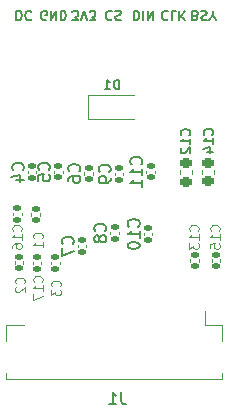
<source format=gbo>
G04 #@! TF.GenerationSoftware,KiCad,Pcbnew,6.0.2+dfsg-1*
G04 #@! TF.CreationDate,2022-09-13T11:12:49+08:00*
G04 #@! TF.ProjectId,epaper-102,65706170-6572-42d3-9130-322e6b696361,rev?*
G04 #@! TF.SameCoordinates,Original*
G04 #@! TF.FileFunction,Legend,Bot*
G04 #@! TF.FilePolarity,Positive*
%FSLAX46Y46*%
G04 Gerber Fmt 4.6, Leading zero omitted, Abs format (unit mm)*
G04 Created by KiCad (PCBNEW 6.0.2+dfsg-1) date 2022-09-13 11:12:49*
%MOMM*%
%LPD*%
G01*
G04 APERTURE LIST*
G04 Aperture macros list*
%AMRoundRect*
0 Rectangle with rounded corners*
0 $1 Rounding radius*
0 $2 $3 $4 $5 $6 $7 $8 $9 X,Y pos of 4 corners*
0 Add a 4 corners polygon primitive as box body*
4,1,4,$2,$3,$4,$5,$6,$7,$8,$9,$2,$3,0*
0 Add four circle primitives for the rounded corners*
1,1,$1+$1,$2,$3*
1,1,$1+$1,$4,$5*
1,1,$1+$1,$6,$7*
1,1,$1+$1,$8,$9*
0 Add four rect primitives between the rounded corners*
20,1,$1+$1,$2,$3,$4,$5,0*
20,1,$1+$1,$4,$5,$6,$7,0*
20,1,$1+$1,$6,$7,$8,$9,0*
20,1,$1+$1,$8,$9,$2,$3,0*%
G04 Aperture macros list end*
%ADD10C,0.153000*%
%ADD11C,0.100000*%
%ADD12C,0.120000*%
%ADD13C,0.150000*%
%ADD14C,1.000000*%
%ADD15RoundRect,0.140000X-0.170000X0.140000X-0.170000X-0.140000X0.170000X-0.140000X0.170000X0.140000X0*%
%ADD16R,1.200000X1.000000*%
%ADD17RoundRect,0.218750X0.256250X-0.218750X0.256250X0.218750X-0.256250X0.218750X-0.256250X-0.218750X0*%
%ADD18RoundRect,0.218750X-0.256250X0.218750X-0.256250X-0.218750X0.256250X-0.218750X0.256250X0.218750X0*%
%ADD19R,0.900000X1.200000*%
%ADD20R,0.300000X1.300000*%
%ADD21R,1.000000X1.500000*%
G04 APERTURE END LIST*
D10*
X29809523Y-65208095D02*
X30304761Y-65208095D01*
X30038095Y-64903333D01*
X30152380Y-64903333D01*
X30228571Y-64865238D01*
X30266666Y-64827142D01*
X30304761Y-64750952D01*
X30304761Y-64560476D01*
X30266666Y-64484285D01*
X30228571Y-64446190D01*
X30152380Y-64408095D01*
X29923809Y-64408095D01*
X29847619Y-64446190D01*
X29809523Y-64484285D01*
X30533333Y-65208095D02*
X30800000Y-64408095D01*
X31066666Y-65208095D01*
X31257142Y-65208095D02*
X31752380Y-65208095D01*
X31485714Y-64903333D01*
X31599999Y-64903333D01*
X31676190Y-64865238D01*
X31714285Y-64827142D01*
X31752380Y-64750952D01*
X31752380Y-64560476D01*
X31714285Y-64484285D01*
X31676190Y-64446190D01*
X31599999Y-64408095D01*
X31371428Y-64408095D01*
X31295238Y-64446190D01*
X31257142Y-64484285D01*
X40227333Y-64827142D02*
X40341619Y-64789047D01*
X40379714Y-64750952D01*
X40417809Y-64674761D01*
X40417809Y-64560476D01*
X40379714Y-64484285D01*
X40341619Y-64446190D01*
X40265428Y-64408095D01*
X39960666Y-64408095D01*
X39960666Y-65208095D01*
X40227333Y-65208095D01*
X40303523Y-65170000D01*
X40341619Y-65131904D01*
X40379714Y-65055714D01*
X40379714Y-64979523D01*
X40341619Y-64903333D01*
X40303523Y-64865238D01*
X40227333Y-64827142D01*
X39960666Y-64827142D01*
X40722571Y-64446190D02*
X40836857Y-64408095D01*
X41027333Y-64408095D01*
X41103523Y-64446190D01*
X41141619Y-64484285D01*
X41179714Y-64560476D01*
X41179714Y-64636666D01*
X41141619Y-64712857D01*
X41103523Y-64750952D01*
X41027333Y-64789047D01*
X40874952Y-64827142D01*
X40798761Y-64865238D01*
X40760666Y-64903333D01*
X40722571Y-64979523D01*
X40722571Y-65055714D01*
X40760666Y-65131904D01*
X40798761Y-65170000D01*
X40874952Y-65208095D01*
X41065428Y-65208095D01*
X41179714Y-65170000D01*
X41674952Y-64789047D02*
X41674952Y-64408095D01*
X41408285Y-65208095D02*
X41674952Y-64789047D01*
X41941619Y-65208095D01*
X33140666Y-64476285D02*
X33102571Y-64438190D01*
X32988285Y-64400095D01*
X32912095Y-64400095D01*
X32797809Y-64438190D01*
X32721619Y-64514380D01*
X32683523Y-64590571D01*
X32645428Y-64742952D01*
X32645428Y-64857238D01*
X32683523Y-65009619D01*
X32721619Y-65085809D01*
X32797809Y-65162000D01*
X32912095Y-65200095D01*
X32988285Y-65200095D01*
X33102571Y-65162000D01*
X33140666Y-65123904D01*
X33445428Y-64438190D02*
X33559714Y-64400095D01*
X33750190Y-64400095D01*
X33826380Y-64438190D01*
X33864476Y-64476285D01*
X33902571Y-64552476D01*
X33902571Y-64628666D01*
X33864476Y-64704857D01*
X33826380Y-64742952D01*
X33750190Y-64781047D01*
X33597809Y-64819142D01*
X33521619Y-64857238D01*
X33483523Y-64895333D01*
X33445428Y-64971523D01*
X33445428Y-65047714D01*
X33483523Y-65123904D01*
X33521619Y-65162000D01*
X33597809Y-65200095D01*
X33788285Y-65200095D01*
X33902571Y-65162000D01*
X25044476Y-64408095D02*
X25044476Y-65208095D01*
X25234952Y-65208095D01*
X25349238Y-65170000D01*
X25425428Y-65093809D01*
X25463523Y-65017619D01*
X25501619Y-64865238D01*
X25501619Y-64750952D01*
X25463523Y-64598571D01*
X25425428Y-64522380D01*
X25349238Y-64446190D01*
X25234952Y-64408095D01*
X25044476Y-64408095D01*
X26301619Y-64484285D02*
X26263523Y-64446190D01*
X26149238Y-64408095D01*
X26073047Y-64408095D01*
X25958761Y-64446190D01*
X25882571Y-64522380D01*
X25844476Y-64598571D01*
X25806380Y-64750952D01*
X25806380Y-64865238D01*
X25844476Y-65017619D01*
X25882571Y-65093809D01*
X25958761Y-65170000D01*
X26073047Y-65208095D01*
X26149238Y-65208095D01*
X26263523Y-65170000D01*
X26301619Y-65131904D01*
X27584476Y-65162000D02*
X27508285Y-65200095D01*
X27394000Y-65200095D01*
X27279714Y-65162000D01*
X27203523Y-65085809D01*
X27165428Y-65009619D01*
X27127333Y-64857238D01*
X27127333Y-64742952D01*
X27165428Y-64590571D01*
X27203523Y-64514380D01*
X27279714Y-64438190D01*
X27394000Y-64400095D01*
X27470190Y-64400095D01*
X27584476Y-64438190D01*
X27622571Y-64476285D01*
X27622571Y-64742952D01*
X27470190Y-64742952D01*
X27965428Y-64400095D02*
X27965428Y-65200095D01*
X28422571Y-64400095D01*
X28422571Y-65200095D01*
X28803523Y-64400095D02*
X28803523Y-65200095D01*
X28994000Y-65200095D01*
X29108285Y-65162000D01*
X29184476Y-65085809D01*
X29222571Y-65009619D01*
X29260666Y-64857238D01*
X29260666Y-64742952D01*
X29222571Y-64590571D01*
X29184476Y-64514380D01*
X29108285Y-64438190D01*
X28994000Y-64400095D01*
X28803523Y-64400095D01*
X34994952Y-64408095D02*
X34994952Y-65208095D01*
X35185428Y-65208095D01*
X35299714Y-65170000D01*
X35375904Y-65093809D01*
X35414000Y-65017619D01*
X35452095Y-64865238D01*
X35452095Y-64750952D01*
X35414000Y-64598571D01*
X35375904Y-64522380D01*
X35299714Y-64446190D01*
X35185428Y-64408095D01*
X34994952Y-64408095D01*
X35794952Y-64408095D02*
X35794952Y-65208095D01*
X36175904Y-64408095D02*
X36175904Y-65208095D01*
X36633047Y-64408095D01*
X36633047Y-65208095D01*
X37877809Y-64476285D02*
X37839714Y-64438190D01*
X37725428Y-64400095D01*
X37649238Y-64400095D01*
X37534952Y-64438190D01*
X37458761Y-64514380D01*
X37420666Y-64590571D01*
X37382571Y-64742952D01*
X37382571Y-64857238D01*
X37420666Y-65009619D01*
X37458761Y-65085809D01*
X37534952Y-65162000D01*
X37649238Y-65200095D01*
X37725428Y-65200095D01*
X37839714Y-65162000D01*
X37877809Y-65123904D01*
X38601619Y-64400095D02*
X38220666Y-64400095D01*
X38220666Y-65200095D01*
X38868285Y-64400095D02*
X38868285Y-65200095D01*
X39325428Y-64400095D02*
X38982571Y-64857238D01*
X39325428Y-65200095D02*
X38868285Y-64742952D01*
D11*
X27209714Y-87369714D02*
X27247809Y-87331619D01*
X27285904Y-87217333D01*
X27285904Y-87141142D01*
X27247809Y-87026857D01*
X27171619Y-86950666D01*
X27095428Y-86912571D01*
X26943047Y-86874476D01*
X26828761Y-86874476D01*
X26676380Y-86912571D01*
X26600190Y-86950666D01*
X26524000Y-87026857D01*
X26485904Y-87141142D01*
X26485904Y-87217333D01*
X26524000Y-87331619D01*
X26562095Y-87369714D01*
X27285904Y-88131619D02*
X27285904Y-87674476D01*
X27285904Y-87903047D02*
X26485904Y-87903047D01*
X26600190Y-87826857D01*
X26676380Y-87750666D01*
X26714476Y-87674476D01*
X26485904Y-88398285D02*
X26485904Y-88931619D01*
X27285904Y-88588761D01*
X25431714Y-83051714D02*
X25469809Y-83013619D01*
X25507904Y-82899333D01*
X25507904Y-82823142D01*
X25469809Y-82708857D01*
X25393619Y-82632666D01*
X25317428Y-82594571D01*
X25165047Y-82556476D01*
X25050761Y-82556476D01*
X24898380Y-82594571D01*
X24822190Y-82632666D01*
X24746000Y-82708857D01*
X24707904Y-82823142D01*
X24707904Y-82899333D01*
X24746000Y-83013619D01*
X24784095Y-83051714D01*
X25507904Y-83813619D02*
X25507904Y-83356476D01*
X25507904Y-83585047D02*
X24707904Y-83585047D01*
X24822190Y-83508857D01*
X24898380Y-83432666D01*
X24936476Y-83356476D01*
X24707904Y-84499333D02*
X24707904Y-84346952D01*
X24746000Y-84270761D01*
X24784095Y-84232666D01*
X24898380Y-84156476D01*
X25050761Y-84118380D01*
X25355523Y-84118380D01*
X25431714Y-84156476D01*
X25469809Y-84194571D01*
X25507904Y-84270761D01*
X25507904Y-84423142D01*
X25469809Y-84499333D01*
X25431714Y-84537428D01*
X25355523Y-84575523D01*
X25165047Y-84575523D01*
X25088857Y-84537428D01*
X25050761Y-84499333D01*
X25012666Y-84423142D01*
X25012666Y-84270761D01*
X25050761Y-84194571D01*
X25088857Y-84156476D01*
X25165047Y-84118380D01*
D12*
X42195714Y-83051714D02*
X42233809Y-83013619D01*
X42271904Y-82899333D01*
X42271904Y-82823142D01*
X42233809Y-82708857D01*
X42157619Y-82632666D01*
X42081428Y-82594571D01*
X41929047Y-82556476D01*
X41814761Y-82556476D01*
X41662380Y-82594571D01*
X41586190Y-82632666D01*
X41510000Y-82708857D01*
X41471904Y-82823142D01*
X41471904Y-82899333D01*
X41510000Y-83013619D01*
X41548095Y-83051714D01*
X42271904Y-83813619D02*
X42271904Y-83356476D01*
X42271904Y-83585047D02*
X41471904Y-83585047D01*
X41586190Y-83508857D01*
X41662380Y-83432666D01*
X41700476Y-83356476D01*
X41471904Y-84537428D02*
X41471904Y-84156476D01*
X41852857Y-84118380D01*
X41814761Y-84156476D01*
X41776666Y-84232666D01*
X41776666Y-84423142D01*
X41814761Y-84499333D01*
X41852857Y-84537428D01*
X41929047Y-84575523D01*
X42119523Y-84575523D01*
X42195714Y-84537428D01*
X42233809Y-84499333D01*
X42271904Y-84423142D01*
X42271904Y-84232666D01*
X42233809Y-84156476D01*
X42195714Y-84118380D01*
X40417714Y-83051714D02*
X40455809Y-83013619D01*
X40493904Y-82899333D01*
X40493904Y-82823142D01*
X40455809Y-82708857D01*
X40379619Y-82632666D01*
X40303428Y-82594571D01*
X40151047Y-82556476D01*
X40036761Y-82556476D01*
X39884380Y-82594571D01*
X39808190Y-82632666D01*
X39732000Y-82708857D01*
X39693904Y-82823142D01*
X39693904Y-82899333D01*
X39732000Y-83013619D01*
X39770095Y-83051714D01*
X40493904Y-83813619D02*
X40493904Y-83356476D01*
X40493904Y-83585047D02*
X39693904Y-83585047D01*
X39808190Y-83508857D01*
X39884380Y-83432666D01*
X39922476Y-83356476D01*
X39693904Y-84080285D02*
X39693904Y-84575523D01*
X39998666Y-84308857D01*
X39998666Y-84423142D01*
X40036761Y-84499333D01*
X40074857Y-84537428D01*
X40151047Y-84575523D01*
X40341523Y-84575523D01*
X40417714Y-84537428D01*
X40455809Y-84499333D01*
X40493904Y-84423142D01*
X40493904Y-84194571D01*
X40455809Y-84118380D01*
X40417714Y-84080285D01*
D13*
X35622142Y-77407142D02*
X35669761Y-77359523D01*
X35717380Y-77216666D01*
X35717380Y-77121428D01*
X35669761Y-76978571D01*
X35574523Y-76883333D01*
X35479285Y-76835714D01*
X35288809Y-76788095D01*
X35145952Y-76788095D01*
X34955476Y-76835714D01*
X34860238Y-76883333D01*
X34765000Y-76978571D01*
X34717380Y-77121428D01*
X34717380Y-77216666D01*
X34765000Y-77359523D01*
X34812619Y-77407142D01*
X35717380Y-78359523D02*
X35717380Y-77788095D01*
X35717380Y-78073809D02*
X34717380Y-78073809D01*
X34860238Y-77978571D01*
X34955476Y-77883333D01*
X35003095Y-77788095D01*
X35717380Y-79311904D02*
X35717380Y-78740476D01*
X35717380Y-79026190D02*
X34717380Y-79026190D01*
X34860238Y-78930952D01*
X34955476Y-78835714D01*
X35003095Y-78740476D01*
X35397142Y-82682142D02*
X35444761Y-82634523D01*
X35492380Y-82491666D01*
X35492380Y-82396428D01*
X35444761Y-82253571D01*
X35349523Y-82158333D01*
X35254285Y-82110714D01*
X35063809Y-82063095D01*
X34920952Y-82063095D01*
X34730476Y-82110714D01*
X34635238Y-82158333D01*
X34540000Y-82253571D01*
X34492380Y-82396428D01*
X34492380Y-82491666D01*
X34540000Y-82634523D01*
X34587619Y-82682142D01*
X35492380Y-83634523D02*
X35492380Y-83063095D01*
X35492380Y-83348809D02*
X34492380Y-83348809D01*
X34635238Y-83253571D01*
X34730476Y-83158333D01*
X34778095Y-83063095D01*
X34492380Y-84253571D02*
X34492380Y-84348809D01*
X34540000Y-84444047D01*
X34587619Y-84491666D01*
X34682857Y-84539285D01*
X34873333Y-84586904D01*
X35111428Y-84586904D01*
X35301904Y-84539285D01*
X35397142Y-84491666D01*
X35444761Y-84444047D01*
X35492380Y-84348809D01*
X35492380Y-84253571D01*
X35444761Y-84158333D01*
X35397142Y-84110714D01*
X35301904Y-84063095D01*
X35111428Y-84015476D01*
X34873333Y-84015476D01*
X34682857Y-84063095D01*
X34587619Y-84110714D01*
X34540000Y-84158333D01*
X34492380Y-84253571D01*
X32947142Y-78058333D02*
X32994761Y-78010714D01*
X33042380Y-77867857D01*
X33042380Y-77772619D01*
X32994761Y-77629761D01*
X32899523Y-77534523D01*
X32804285Y-77486904D01*
X32613809Y-77439285D01*
X32470952Y-77439285D01*
X32280476Y-77486904D01*
X32185238Y-77534523D01*
X32090000Y-77629761D01*
X32042380Y-77772619D01*
X32042380Y-77867857D01*
X32090000Y-78010714D01*
X32137619Y-78058333D01*
X33042380Y-78534523D02*
X33042380Y-78725000D01*
X32994761Y-78820238D01*
X32947142Y-78867857D01*
X32804285Y-78963095D01*
X32613809Y-79010714D01*
X32232857Y-79010714D01*
X32137619Y-78963095D01*
X32090000Y-78915476D01*
X32042380Y-78820238D01*
X32042380Y-78629761D01*
X32090000Y-78534523D01*
X32137619Y-78486904D01*
X32232857Y-78439285D01*
X32470952Y-78439285D01*
X32566190Y-78486904D01*
X32613809Y-78534523D01*
X32661428Y-78629761D01*
X32661428Y-78820238D01*
X32613809Y-78915476D01*
X32566190Y-78963095D01*
X32470952Y-79010714D01*
X32572142Y-83058333D02*
X32619761Y-83010714D01*
X32667380Y-82867857D01*
X32667380Y-82772619D01*
X32619761Y-82629761D01*
X32524523Y-82534523D01*
X32429285Y-82486904D01*
X32238809Y-82439285D01*
X32095952Y-82439285D01*
X31905476Y-82486904D01*
X31810238Y-82534523D01*
X31715000Y-82629761D01*
X31667380Y-82772619D01*
X31667380Y-82867857D01*
X31715000Y-83010714D01*
X31762619Y-83058333D01*
X32095952Y-83629761D02*
X32048333Y-83534523D01*
X32000714Y-83486904D01*
X31905476Y-83439285D01*
X31857857Y-83439285D01*
X31762619Y-83486904D01*
X31715000Y-83534523D01*
X31667380Y-83629761D01*
X31667380Y-83820238D01*
X31715000Y-83915476D01*
X31762619Y-83963095D01*
X31857857Y-84010714D01*
X31905476Y-84010714D01*
X32000714Y-83963095D01*
X32048333Y-83915476D01*
X32095952Y-83820238D01*
X32095952Y-83629761D01*
X32143571Y-83534523D01*
X32191190Y-83486904D01*
X32286428Y-83439285D01*
X32476904Y-83439285D01*
X32572142Y-83486904D01*
X32619761Y-83534523D01*
X32667380Y-83629761D01*
X32667380Y-83820238D01*
X32619761Y-83915476D01*
X32572142Y-83963095D01*
X32476904Y-84010714D01*
X32286428Y-84010714D01*
X32191190Y-83963095D01*
X32143571Y-83915476D01*
X32095952Y-83820238D01*
X29822142Y-84158333D02*
X29869761Y-84110714D01*
X29917380Y-83967857D01*
X29917380Y-83872619D01*
X29869761Y-83729761D01*
X29774523Y-83634523D01*
X29679285Y-83586904D01*
X29488809Y-83539285D01*
X29345952Y-83539285D01*
X29155476Y-83586904D01*
X29060238Y-83634523D01*
X28965000Y-83729761D01*
X28917380Y-83872619D01*
X28917380Y-83967857D01*
X28965000Y-84110714D01*
X29012619Y-84158333D01*
X28917380Y-84491666D02*
X28917380Y-85158333D01*
X29917380Y-84729761D01*
X30372142Y-78008333D02*
X30419761Y-77960714D01*
X30467380Y-77817857D01*
X30467380Y-77722619D01*
X30419761Y-77579761D01*
X30324523Y-77484523D01*
X30229285Y-77436904D01*
X30038809Y-77389285D01*
X29895952Y-77389285D01*
X29705476Y-77436904D01*
X29610238Y-77484523D01*
X29515000Y-77579761D01*
X29467380Y-77722619D01*
X29467380Y-77817857D01*
X29515000Y-77960714D01*
X29562619Y-78008333D01*
X29467380Y-78865476D02*
X29467380Y-78675000D01*
X29515000Y-78579761D01*
X29562619Y-78532142D01*
X29705476Y-78436904D01*
X29895952Y-78389285D01*
X30276904Y-78389285D01*
X30372142Y-78436904D01*
X30419761Y-78484523D01*
X30467380Y-78579761D01*
X30467380Y-78770238D01*
X30419761Y-78865476D01*
X30372142Y-78913095D01*
X30276904Y-78960714D01*
X30038809Y-78960714D01*
X29943571Y-78913095D01*
X29895952Y-78865476D01*
X29848333Y-78770238D01*
X29848333Y-78579761D01*
X29895952Y-78484523D01*
X29943571Y-78436904D01*
X30038809Y-78389285D01*
X27822142Y-77883333D02*
X27869761Y-77835714D01*
X27917380Y-77692857D01*
X27917380Y-77597619D01*
X27869761Y-77454761D01*
X27774523Y-77359523D01*
X27679285Y-77311904D01*
X27488809Y-77264285D01*
X27345952Y-77264285D01*
X27155476Y-77311904D01*
X27060238Y-77359523D01*
X26965000Y-77454761D01*
X26917380Y-77597619D01*
X26917380Y-77692857D01*
X26965000Y-77835714D01*
X27012619Y-77883333D01*
X26917380Y-78788095D02*
X26917380Y-78311904D01*
X27393571Y-78264285D01*
X27345952Y-78311904D01*
X27298333Y-78407142D01*
X27298333Y-78645238D01*
X27345952Y-78740476D01*
X27393571Y-78788095D01*
X27488809Y-78835714D01*
X27726904Y-78835714D01*
X27822142Y-78788095D01*
X27869761Y-78740476D01*
X27917380Y-78645238D01*
X27917380Y-78407142D01*
X27869761Y-78311904D01*
X27822142Y-78264285D01*
X25597142Y-77908333D02*
X25644761Y-77860714D01*
X25692380Y-77717857D01*
X25692380Y-77622619D01*
X25644761Y-77479761D01*
X25549523Y-77384523D01*
X25454285Y-77336904D01*
X25263809Y-77289285D01*
X25120952Y-77289285D01*
X24930476Y-77336904D01*
X24835238Y-77384523D01*
X24740000Y-77479761D01*
X24692380Y-77622619D01*
X24692380Y-77717857D01*
X24740000Y-77860714D01*
X24787619Y-77908333D01*
X25025714Y-78765476D02*
X25692380Y-78765476D01*
X24644761Y-78527380D02*
X25359047Y-78289285D01*
X25359047Y-78908333D01*
D11*
X28733714Y-87750666D02*
X28771809Y-87712571D01*
X28809904Y-87598285D01*
X28809904Y-87522095D01*
X28771809Y-87407809D01*
X28695619Y-87331619D01*
X28619428Y-87293523D01*
X28467047Y-87255428D01*
X28352761Y-87255428D01*
X28200380Y-87293523D01*
X28124190Y-87331619D01*
X28048000Y-87407809D01*
X28009904Y-87522095D01*
X28009904Y-87598285D01*
X28048000Y-87712571D01*
X28086095Y-87750666D01*
X28009904Y-88017333D02*
X28009904Y-88512571D01*
X28314666Y-88245904D01*
X28314666Y-88360190D01*
X28352761Y-88436380D01*
X28390857Y-88474476D01*
X28467047Y-88512571D01*
X28657523Y-88512571D01*
X28733714Y-88474476D01*
X28771809Y-88436380D01*
X28809904Y-88360190D01*
X28809904Y-88131619D01*
X28771809Y-88055428D01*
X28733714Y-88017333D01*
X25685714Y-87496666D02*
X25723809Y-87458571D01*
X25761904Y-87344285D01*
X25761904Y-87268095D01*
X25723809Y-87153809D01*
X25647619Y-87077619D01*
X25571428Y-87039523D01*
X25419047Y-87001428D01*
X25304761Y-87001428D01*
X25152380Y-87039523D01*
X25076190Y-87077619D01*
X25000000Y-87153809D01*
X24961904Y-87268095D01*
X24961904Y-87344285D01*
X25000000Y-87458571D01*
X25038095Y-87496666D01*
X25038095Y-87801428D02*
X25000000Y-87839523D01*
X24961904Y-87915714D01*
X24961904Y-88106190D01*
X25000000Y-88182380D01*
X25038095Y-88220476D01*
X25114285Y-88258571D01*
X25190476Y-88258571D01*
X25304761Y-88220476D01*
X25761904Y-87763333D01*
X25761904Y-88258571D01*
X27209714Y-83686666D02*
X27247809Y-83648571D01*
X27285904Y-83534285D01*
X27285904Y-83458095D01*
X27247809Y-83343809D01*
X27171619Y-83267619D01*
X27095428Y-83229523D01*
X26943047Y-83191428D01*
X26828761Y-83191428D01*
X26676380Y-83229523D01*
X26600190Y-83267619D01*
X26524000Y-83343809D01*
X26485904Y-83458095D01*
X26485904Y-83534285D01*
X26524000Y-83648571D01*
X26562095Y-83686666D01*
X27285904Y-84448571D02*
X27285904Y-83991428D01*
X27285904Y-84220000D02*
X26485904Y-84220000D01*
X26600190Y-84143809D01*
X26676380Y-84067619D01*
X26714476Y-83991428D01*
D13*
X39685714Y-74935714D02*
X39723809Y-74897619D01*
X39761904Y-74783333D01*
X39761904Y-74707142D01*
X39723809Y-74592857D01*
X39647619Y-74516666D01*
X39571428Y-74478571D01*
X39419047Y-74440476D01*
X39304761Y-74440476D01*
X39152380Y-74478571D01*
X39076190Y-74516666D01*
X39000000Y-74592857D01*
X38961904Y-74707142D01*
X38961904Y-74783333D01*
X39000000Y-74897619D01*
X39038095Y-74935714D01*
X39761904Y-75697619D02*
X39761904Y-75240476D01*
X39761904Y-75469047D02*
X38961904Y-75469047D01*
X39076190Y-75392857D01*
X39152380Y-75316666D01*
X39190476Y-75240476D01*
X39038095Y-76002380D02*
X39000000Y-76040476D01*
X38961904Y-76116666D01*
X38961904Y-76307142D01*
X39000000Y-76383333D01*
X39038095Y-76421428D01*
X39114285Y-76459523D01*
X39190476Y-76459523D01*
X39304761Y-76421428D01*
X39761904Y-75964285D01*
X39761904Y-76459523D01*
X41635714Y-74898214D02*
X41673809Y-74860119D01*
X41711904Y-74745833D01*
X41711904Y-74669642D01*
X41673809Y-74555357D01*
X41597619Y-74479166D01*
X41521428Y-74441071D01*
X41369047Y-74402976D01*
X41254761Y-74402976D01*
X41102380Y-74441071D01*
X41026190Y-74479166D01*
X40950000Y-74555357D01*
X40911904Y-74669642D01*
X40911904Y-74745833D01*
X40950000Y-74860119D01*
X40988095Y-74898214D01*
X41711904Y-75660119D02*
X41711904Y-75202976D01*
X41711904Y-75431547D02*
X40911904Y-75431547D01*
X41026190Y-75355357D01*
X41102380Y-75279166D01*
X41140476Y-75202976D01*
X41178571Y-76345833D02*
X41711904Y-76345833D01*
X40873809Y-76155357D02*
X41445238Y-75964880D01*
X41445238Y-76460119D01*
X33765476Y-71036904D02*
X33765476Y-70236904D01*
X33575000Y-70236904D01*
X33460714Y-70275000D01*
X33384523Y-70351190D01*
X33346428Y-70427380D01*
X33308333Y-70579761D01*
X33308333Y-70694047D01*
X33346428Y-70846428D01*
X33384523Y-70922619D01*
X33460714Y-70998809D01*
X33575000Y-71036904D01*
X33765476Y-71036904D01*
X32546428Y-71036904D02*
X33003571Y-71036904D01*
X32775000Y-71036904D02*
X32775000Y-70236904D01*
X32851190Y-70351190D01*
X32927380Y-70427380D01*
X33003571Y-70465476D01*
X33933333Y-96727380D02*
X33933333Y-97441666D01*
X33980952Y-97584523D01*
X34076190Y-97679761D01*
X34219047Y-97727380D01*
X34314285Y-97727380D01*
X32933333Y-97727380D02*
X33504761Y-97727380D01*
X33219047Y-97727380D02*
X33219047Y-96727380D01*
X33314285Y-96870238D01*
X33409523Y-96965476D01*
X33504761Y-97013095D01*
D12*
X27185000Y-85667164D02*
X27185000Y-85882836D01*
X26465000Y-85667164D02*
X26465000Y-85882836D01*
X25510000Y-81517164D02*
X25510000Y-81732836D01*
X24790000Y-81517164D02*
X24790000Y-81732836D01*
X42335000Y-85467164D02*
X42335000Y-85682836D01*
X41615000Y-85467164D02*
X41615000Y-85682836D01*
X40510000Y-85442164D02*
X40510000Y-85657836D01*
X39790000Y-85442164D02*
X39790000Y-85657836D01*
X36785000Y-77942164D02*
X36785000Y-78157836D01*
X36065000Y-77942164D02*
X36065000Y-78157836D01*
X36560000Y-83217164D02*
X36560000Y-83432836D01*
X35840000Y-83217164D02*
X35840000Y-83432836D01*
X34110000Y-78117164D02*
X34110000Y-78332836D01*
X33390000Y-78117164D02*
X33390000Y-78332836D01*
X33735000Y-83117164D02*
X33735000Y-83332836D01*
X33015000Y-83117164D02*
X33015000Y-83332836D01*
X30985000Y-84217164D02*
X30985000Y-84432836D01*
X30265000Y-84217164D02*
X30265000Y-84432836D01*
X31535000Y-78067164D02*
X31535000Y-78282836D01*
X30815000Y-78067164D02*
X30815000Y-78282836D01*
X28985000Y-77942164D02*
X28985000Y-78157836D01*
X28265000Y-77942164D02*
X28265000Y-78157836D01*
X26760000Y-77967164D02*
X26760000Y-78182836D01*
X26040000Y-77967164D02*
X26040000Y-78182836D01*
X28735000Y-85667164D02*
X28735000Y-85882836D01*
X28015000Y-85667164D02*
X28015000Y-85882836D01*
X25635000Y-85642164D02*
X25635000Y-85857836D01*
X24915000Y-85642164D02*
X24915000Y-85857836D01*
X27060000Y-81542164D02*
X27060000Y-81757836D01*
X26340000Y-81542164D02*
X26340000Y-81757836D01*
X39960000Y-78262779D02*
X39960000Y-77937221D01*
X38940000Y-78262779D02*
X38940000Y-77937221D01*
X41835000Y-77899721D02*
X41835000Y-78225279D01*
X40815000Y-77899721D02*
X40815000Y-78225279D01*
X31100000Y-73550000D02*
X35000000Y-73550000D01*
X31100000Y-71550000D02*
X35000000Y-71550000D01*
X31100000Y-73550000D02*
X31100000Y-71550000D01*
X42500000Y-95060000D02*
X42500000Y-95600000D01*
X24200000Y-91000000D02*
X24200000Y-92340000D01*
X24200000Y-95600000D02*
X24200000Y-95060000D01*
X25690000Y-91000000D02*
X24200000Y-91000000D01*
X42500000Y-95600000D02*
X24200000Y-95600000D01*
X41010000Y-91000000D02*
X42500000Y-91000000D01*
X41010000Y-91000000D02*
X41010000Y-89800000D01*
X42500000Y-91000000D02*
X42500000Y-92340000D01*
%LPC*%
D14*
X24550000Y-101650000D03*
X42150000Y-101650000D03*
D15*
X26825000Y-85295000D03*
X26825000Y-86255000D03*
X25150000Y-81145000D03*
X25150000Y-82105000D03*
X41975000Y-85095000D03*
X41975000Y-86055000D03*
X40150000Y-85070000D03*
X40150000Y-86030000D03*
X36425000Y-77570000D03*
X36425000Y-78530000D03*
X36200000Y-82845000D03*
X36200000Y-83805000D03*
X33750000Y-77745000D03*
X33750000Y-78705000D03*
X33375000Y-82745000D03*
X33375000Y-83705000D03*
X30625000Y-83845000D03*
X30625000Y-84805000D03*
X31175000Y-77695000D03*
X31175000Y-78655000D03*
X28625000Y-77570000D03*
X28625000Y-78530000D03*
X26400000Y-77595000D03*
X26400000Y-78555000D03*
X28375000Y-85295000D03*
X28375000Y-86255000D03*
X25275000Y-85270000D03*
X25275000Y-86230000D03*
X26700000Y-81170000D03*
X26700000Y-82130000D03*
D14*
X25729800Y-65800000D03*
D16*
X28269800Y-65800000D03*
D14*
X30809800Y-65800000D03*
X33349800Y-65800000D03*
X35889800Y-65800000D03*
X38429800Y-65800000D03*
X40969800Y-65800000D03*
D17*
X39450000Y-78887500D03*
X39450000Y-77312500D03*
D18*
X41325000Y-77275000D03*
X41325000Y-78850000D03*
D19*
X31700000Y-72550000D03*
X35000000Y-72550000D03*
D20*
X40600000Y-90450000D03*
D21*
X24600000Y-93650000D03*
D20*
X40100000Y-90450000D03*
X39600000Y-90450000D03*
X39100000Y-90450000D03*
X38600000Y-90450000D03*
X38100000Y-90450000D03*
X37600000Y-90450000D03*
X37100000Y-90450000D03*
X36600000Y-90450000D03*
X36100000Y-90450000D03*
X35600000Y-90450000D03*
X35100000Y-90450000D03*
X34600000Y-90450000D03*
X34100000Y-90450000D03*
X33600000Y-90450000D03*
X33100000Y-90450000D03*
X32600000Y-90450000D03*
X32100000Y-90450000D03*
X31600000Y-90450000D03*
X31100000Y-90450000D03*
X30600000Y-90450000D03*
X30100000Y-90450000D03*
X29600000Y-90450000D03*
X29100000Y-90450000D03*
X28600000Y-90450000D03*
X28100000Y-90450000D03*
X27600000Y-90450000D03*
X27100000Y-90450000D03*
X26600000Y-90450000D03*
X26100000Y-90450000D03*
D21*
X42100000Y-93650000D03*
M02*

</source>
